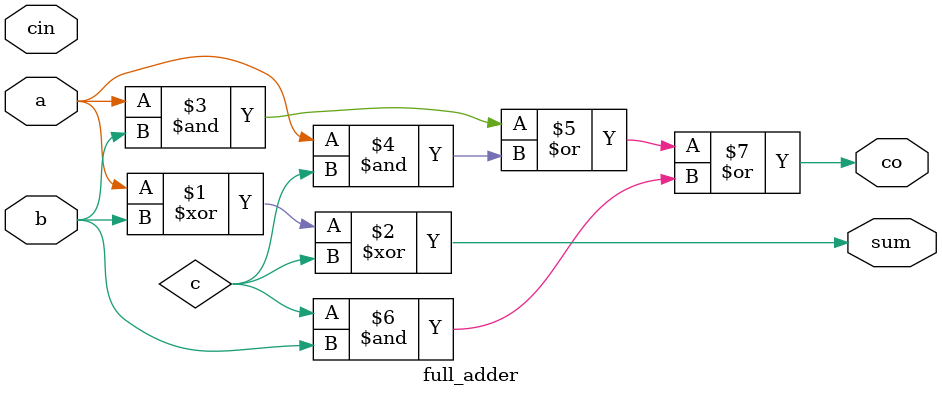
<source format=v>
module full_adder(a,b,cin,sum,co);
  input a,b,cin;
  output sum,co;
  assign sum=a^b^c;  //xor(sum,a,b,c)
  assign co=(a&b)|(a&c)|(c&b);  // and(y1,a,b), and(y2,a,c), and(y3,c,b) ; or(co,y1,y2,y3)
endmodule

</source>
